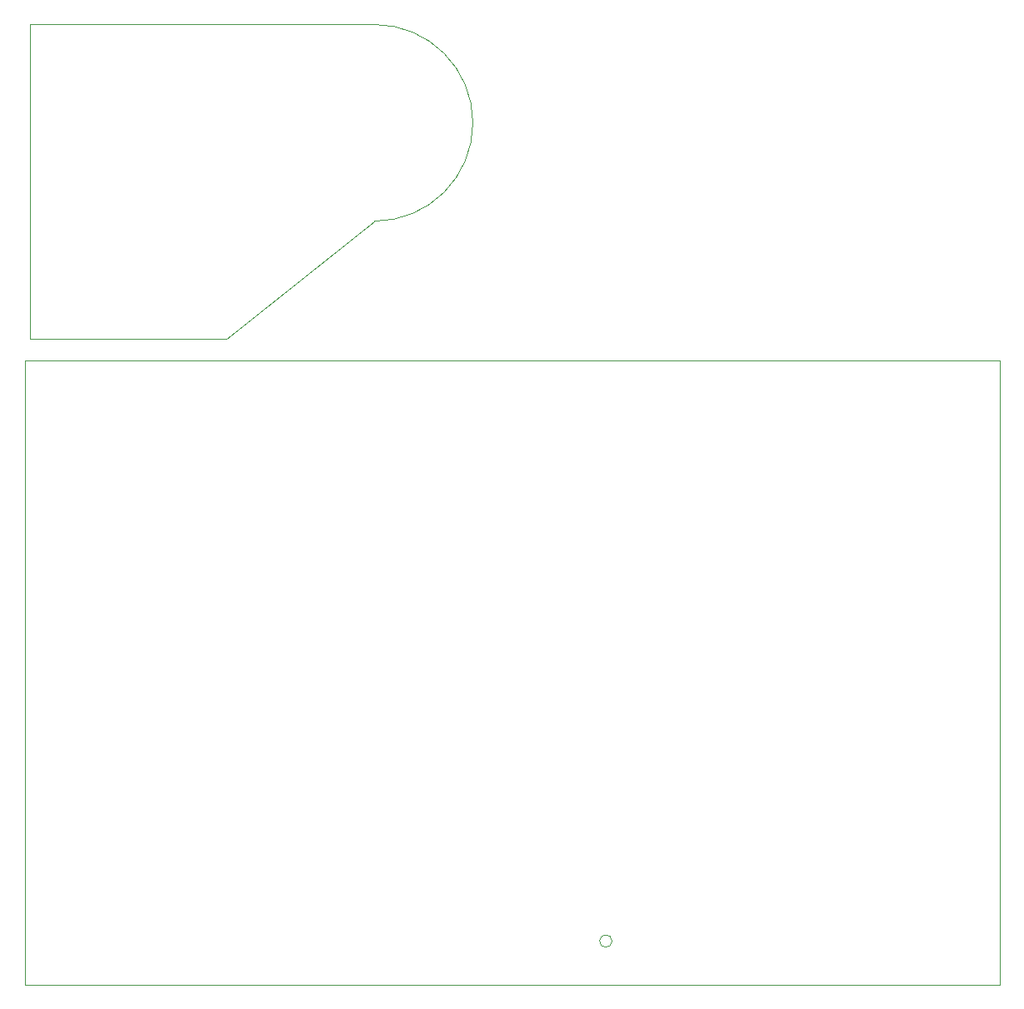
<source format=gm1>
G04 #@! TF.GenerationSoftware,KiCad,Pcbnew,(5.1.10)-1*
G04 #@! TF.CreationDate,2021-08-30T10:02:13-04:00*
G04 #@! TF.ProjectId,schematics,73636865-6d61-4746-9963-732e6b696361,rev?*
G04 #@! TF.SameCoordinates,Original*
G04 #@! TF.FileFunction,Profile,NP*
%FSLAX46Y46*%
G04 Gerber Fmt 4.6, Leading zero omitted, Abs format (unit mm)*
G04 Created by KiCad (PCBNEW (5.1.10)-1) date 2021-08-30 10:02:13*
%MOMM*%
%LPD*%
G01*
G04 APERTURE LIST*
G04 #@! TA.AperFunction,Profile*
%ADD10C,0.050000*%
G04 #@! TD*
G04 APERTURE END LIST*
D10*
X214630000Y-148590000D02*
G75*
G03*
X214630000Y-148590000I-635000J0D01*
G01*
X190490000Y-55377000D02*
G75*
G02*
X190490000Y-75377000I0J-10000000D01*
G01*
X175490000Y-87320000D02*
X190490000Y-75377000D01*
X155490000Y-87320000D02*
X175490000Y-87320000D01*
X155490000Y-55377000D02*
X155490000Y-87320000D01*
X190490000Y-55377000D02*
X155490000Y-55377000D01*
X254000000Y-89535000D02*
X254000000Y-153035000D01*
X154940000Y-89535000D02*
X254000000Y-89535000D01*
X154940000Y-153035000D02*
X154940000Y-89535000D01*
X254000000Y-153035000D02*
X154940000Y-153035000D01*
M02*

</source>
